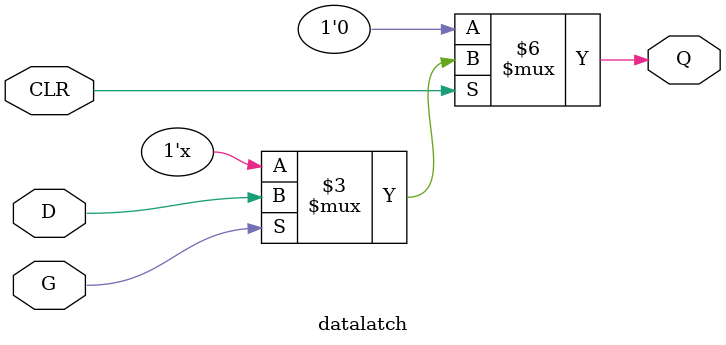
<source format=v>
module datalatch(
    input CLR, D, G,
    output reg Q

);

always @(*) begin
    if(!CLR) begin
        Q <= 0;
    end
    else if (G) begin
        Q <= D;
    end

end
endmodule
</source>
